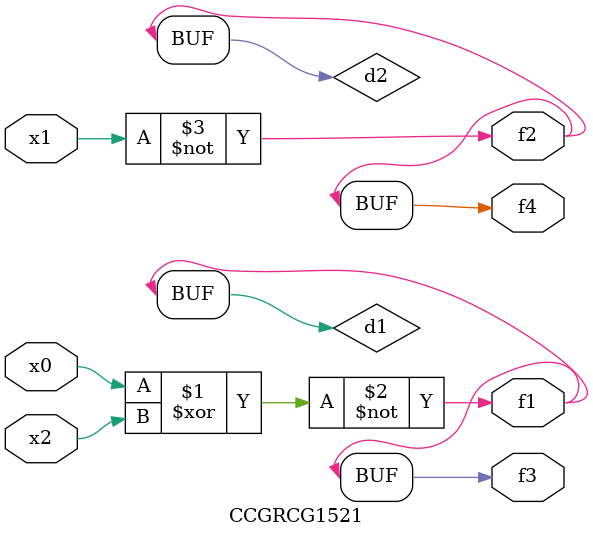
<source format=v>
module CCGRCG1521(
	input x0, x1, x2,
	output f1, f2, f3, f4
);

	wire d1, d2, d3;

	xnor (d1, x0, x2);
	nand (d2, x1);
	nor (d3, x1, x2);
	assign f1 = d1;
	assign f2 = d2;
	assign f3 = d1;
	assign f4 = d2;
endmodule

</source>
